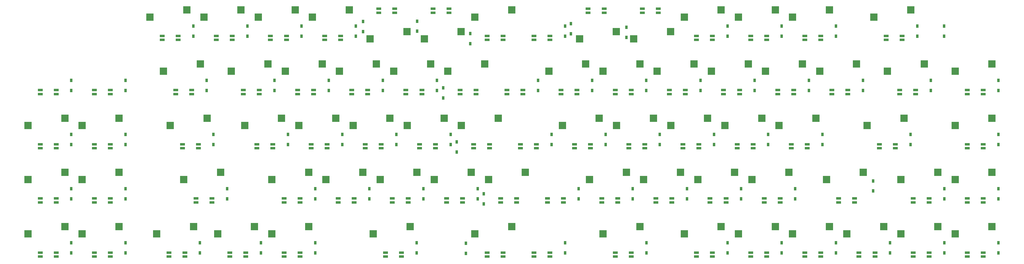
<source format=gbp>
%TF.GenerationSoftware,KiCad,Pcbnew,8.0.8*%
%TF.CreationDate,2025-04-15T18:10:27+09:00*%
%TF.ProjectId,sswkbd_wiring,7373776b-6264-45f7-9769-72696e672e6b,rev?*%
%TF.SameCoordinates,Original*%
%TF.FileFunction,Paste,Bot*%
%TF.FilePolarity,Positive*%
%FSLAX46Y46*%
G04 Gerber Fmt 4.6, Leading zero omitted, Abs format (unit mm)*
G04 Created by KiCad (PCBNEW 8.0.8) date 2025-04-15 18:10:27*
%MOMM*%
%LPD*%
G01*
G04 APERTURE LIST*
%ADD10R,0.950000X1.300000*%
%ADD11R,2.550000X2.500000*%
%ADD12R,1.700000X0.825000*%
G04 APERTURE END LIST*
D10*
%TO.C,D32*%
X366509249Y-96929950D03*
X366509249Y-93379950D03*
%TD*%
D11*
%TO.C,SW13*%
X294328000Y-71220000D03*
X307255000Y-68680000D03*
%TD*%
D10*
%TO.C,D67*%
X86461999Y-153979950D03*
X86461999Y-150429950D03*
%TD*%
%TO.C,D50*%
X60336999Y-134979950D03*
X60336999Y-131429950D03*
%TD*%
%TO.C,D73*%
X243034249Y-153979950D03*
X243034249Y-150429950D03*
%TD*%
%TO.C,D46*%
X304759249Y-115954950D03*
X304759249Y-112404950D03*
%TD*%
D11*
%TO.C,SW6*%
X178076250Y-76300000D03*
X165149250Y-78840000D03*
%TD*%
D10*
%TO.C,D38*%
X155361999Y-115954950D03*
X155361999Y-112404950D03*
%TD*%
%TO.C,D76*%
X309509249Y-153979950D03*
X309509249Y-150429950D03*
%TD*%
%TO.C,D74*%
X271509249Y-153979950D03*
X271509249Y-150429950D03*
%TD*%
%TO.C,D52*%
X126861999Y-134979950D03*
X126861999Y-131429950D03*
%TD*%
%TO.C,D39*%
X174361999Y-115954950D03*
X174361999Y-112404950D03*
%TD*%
%TO.C,D15*%
X347491000Y-77923000D03*
X347491000Y-74373000D03*
%TD*%
%TO.C,D44*%
X266759249Y-115954950D03*
X266759249Y-112404950D03*
%TD*%
D11*
%TO.C,SW50*%
X45155750Y-128220000D03*
X58082750Y-125680000D03*
%TD*%
%TO.C,SW28*%
X265828000Y-90220000D03*
X278755000Y-87680000D03*
%TD*%
%TO.C,SW75*%
X275328000Y-147220000D03*
X288255000Y-144680000D03*
%TD*%
D10*
%TO.C,D4*%
X141111999Y-77929950D03*
X141111999Y-74379950D03*
%TD*%
D11*
%TO.C,SW2*%
X87905750Y-71220000D03*
X100832750Y-68680000D03*
%TD*%
%TO.C,SW22*%
X154405750Y-90220000D03*
X167332750Y-87680000D03*
%TD*%
D10*
%TO.C,D43*%
X247759249Y-115954950D03*
X247759249Y-112404950D03*
%TD*%
D11*
%TO.C,SW53*%
X130655750Y-128220000D03*
X143582750Y-125680000D03*
%TD*%
%TO.C,SW66*%
X45155750Y-147220000D03*
X58082750Y-144680000D03*
%TD*%
D10*
%TO.C,D41*%
X209759249Y-115954950D03*
X209759249Y-112404950D03*
%TD*%
%TO.C,D1*%
X84111999Y-77929950D03*
X84111999Y-74379950D03*
%TD*%
D11*
%TO.C,SW18*%
X73655750Y-90220000D03*
X86582750Y-87680000D03*
%TD*%
%TO.C,SW26*%
X227828000Y-90220000D03*
X240755000Y-87680000D03*
%TD*%
D10*
%TO.C,D11*%
X271509249Y-77929950D03*
X271509249Y-74379950D03*
%TD*%
D11*
%TO.C,SW29*%
X284828000Y-90220000D03*
X297755000Y-87680000D03*
%TD*%
D10*
%TO.C,D51*%
X95961999Y-134979950D03*
X95961999Y-131429950D03*
%TD*%
D11*
%TO.C,SW67*%
X71280750Y-147220000D03*
X84207750Y-144680000D03*
%TD*%
%TO.C,SW77*%
X313328000Y-147220000D03*
X326255000Y-144680000D03*
%TD*%
%TO.C,SW73*%
X227853000Y-147220000D03*
X240780000Y-144680000D03*
%TD*%
%TO.C,SW43*%
X232578000Y-109220000D03*
X245505000Y-106680000D03*
%TD*%
D10*
%TO.C,D59*%
X257259249Y-134979950D03*
X257259249Y-131429950D03*
%TD*%
%TO.C,D9*%
X216600000Y-77075000D03*
X216600000Y-73525000D03*
%TD*%
%TO.C,D3*%
X122111999Y-77929950D03*
X122111999Y-74379950D03*
%TD*%
D11*
%TO.C,SW70*%
X147255750Y-147220000D03*
X160182750Y-144680000D03*
%TD*%
%TO.C,SW68*%
X92655750Y-147220000D03*
X105582750Y-144680000D03*
%TD*%
D10*
%TO.C,D42*%
X228759249Y-115954950D03*
X228759249Y-112404950D03*
%TD*%
D11*
%TO.C,SW23*%
X173405750Y-90220000D03*
X186332750Y-87680000D03*
%TD*%
%TO.C,SW76*%
X294328000Y-147220000D03*
X307255000Y-144680000D03*
%TD*%
D10*
%TO.C,D64*%
X366509249Y-134979950D03*
X366509249Y-131429950D03*
%TD*%
%TO.C,D23*%
X171795000Y-99555000D03*
X171795000Y-96005000D03*
%TD*%
%TO.C,D33*%
X41336999Y-115954950D03*
X41336999Y-112404950D03*
%TD*%
D11*
%TO.C,SW10*%
X251498000Y-76300000D03*
X238571000Y-78840000D03*
%TD*%
%TO.C,SW79*%
X351328000Y-147220000D03*
X364255000Y-144680000D03*
%TD*%
%TO.C,SW78*%
X332328000Y-147220000D03*
X345255000Y-144680000D03*
%TD*%
D10*
%TO.C,D8*%
X214509249Y-77929950D03*
X214509249Y-74379950D03*
%TD*%
%TO.C,D45*%
X285759249Y-115954950D03*
X285759249Y-112404950D03*
%TD*%
%TO.C,D65*%
X41336999Y-153979950D03*
X41336999Y-150429950D03*
%TD*%
%TO.C,D70*%
X162461999Y-153979950D03*
X162461999Y-150429950D03*
%TD*%
%TO.C,D24*%
X205009249Y-96929950D03*
X205009249Y-93379950D03*
%TD*%
D11*
%TO.C,SW65*%
X26155750Y-147220000D03*
X39082750Y-144680000D03*
%TD*%
%TO.C,SW58*%
X223078000Y-128220000D03*
X236005000Y-125680000D03*
%TD*%
D10*
%TO.C,D26*%
X243009249Y-96929950D03*
X243009249Y-93379950D03*
%TD*%
%TO.C,D6*%
X162600000Y-76175000D03*
X162600000Y-72625000D03*
%TD*%
%TO.C,D14*%
X338034249Y-77929950D03*
X338034249Y-74379950D03*
%TD*%
%TO.C,D12*%
X290509249Y-77929950D03*
X290509249Y-74379950D03*
%TD*%
D11*
%TO.C,SW59*%
X242078000Y-128220000D03*
X255005000Y-125680000D03*
%TD*%
%TO.C,SW64*%
X351328000Y-128220000D03*
X364255000Y-125680000D03*
%TD*%
%TO.C,SW14*%
X322828000Y-71220000D03*
X335755000Y-68680000D03*
%TD*%
%TO.C,SW63*%
X332328000Y-128220000D03*
X345255000Y-125680000D03*
%TD*%
D10*
%TO.C,D36*%
X117361999Y-115954950D03*
X117361999Y-112404950D03*
%TD*%
%TO.C,D29*%
X300009249Y-96929950D03*
X300009249Y-93379950D03*
%TD*%
D11*
%TO.C,SW38*%
X140155750Y-109220000D03*
X153082750Y-106680000D03*
%TD*%
%TO.C,SW69*%
X111655750Y-147220000D03*
X124582750Y-144680000D03*
%TD*%
D10*
%TO.C,D69*%
X126861999Y-153979950D03*
X126861999Y-150429950D03*
%TD*%
D11*
%TO.C,SW60*%
X261078000Y-128220000D03*
X274005000Y-125680000D03*
%TD*%
%TO.C,SW9*%
X232498000Y-76300000D03*
X219571000Y-78840000D03*
%TD*%
%TO.C,SW51*%
X80780750Y-128220000D03*
X93707750Y-125680000D03*
%TD*%
D10*
%TO.C,D20*%
X131611999Y-96929950D03*
X131611999Y-93379950D03*
%TD*%
D11*
%TO.C,SW12*%
X275328000Y-71220000D03*
X288255000Y-68680000D03*
%TD*%
%TO.C,SW49*%
X26155750Y-128220000D03*
X39082750Y-125680000D03*
%TD*%
D10*
%TO.C,D47*%
X335659249Y-115954950D03*
X335659249Y-112404950D03*
%TD*%
D11*
%TO.C,SW27*%
X246828000Y-90220000D03*
X259755000Y-87680000D03*
%TD*%
%TO.C,SW56*%
X187655750Y-128220000D03*
X200582750Y-125680000D03*
%TD*%
D10*
%TO.C,D62*%
X322550000Y-132225000D03*
X322550000Y-128675000D03*
%TD*%
D11*
%TO.C,SW7*%
X182905750Y-71220000D03*
X195832750Y-68680000D03*
%TD*%
D10*
%TO.C,D48*%
X366509249Y-115954950D03*
X366509249Y-112404950D03*
%TD*%
D11*
%TO.C,SW39*%
X159155750Y-109220000D03*
X172082750Y-106680000D03*
%TD*%
%TO.C,SW4*%
X125905750Y-71220000D03*
X138832750Y-68680000D03*
%TD*%
D10*
%TO.C,D22*%
X169611999Y-96929950D03*
X169611999Y-93379950D03*
%TD*%
%TO.C,D16*%
X41336999Y-96929950D03*
X41336999Y-93379950D03*
%TD*%
D11*
%TO.C,SW47*%
X320453000Y-109220000D03*
X333380000Y-106680000D03*
%TD*%
D10*
%TO.C,D49*%
X41336999Y-134979950D03*
X41336999Y-131429950D03*
%TD*%
%TO.C,D25*%
X224009249Y-96929950D03*
X224009249Y-93379950D03*
%TD*%
%TO.C,D53*%
X145861999Y-134979950D03*
X145861999Y-131429950D03*
%TD*%
%TO.C,D28*%
X281009249Y-96929950D03*
X281009249Y-93379950D03*
%TD*%
%TO.C,D7*%
X181255000Y-80530000D03*
X181255000Y-76980000D03*
%TD*%
%TO.C,D61*%
X295259249Y-134979950D03*
X295259249Y-131429950D03*
%TD*%
%TO.C,D37*%
X136361999Y-115954950D03*
X136361999Y-112404950D03*
%TD*%
D11*
%TO.C,SW19*%
X97405750Y-90220000D03*
X110332750Y-87680000D03*
%TD*%
D10*
%TO.C,D77*%
X328509249Y-153979950D03*
X328509249Y-150429950D03*
%TD*%
%TO.C,D10*%
X236000000Y-78375000D03*
X236000000Y-74825000D03*
%TD*%
%TO.C,D57*%
X219259249Y-134979950D03*
X219259249Y-131429950D03*
%TD*%
D11*
%TO.C,SW36*%
X102155750Y-109220000D03*
X115082750Y-106680000D03*
%TD*%
%TO.C,SW55*%
X168655750Y-128220000D03*
X181582750Y-125680000D03*
%TD*%
D10*
%TO.C,D75*%
X290509249Y-153979950D03*
X290509249Y-150429950D03*
%TD*%
%TO.C,D56*%
X186040000Y-136795000D03*
X186040000Y-133245000D03*
%TD*%
D11*
%TO.C,SW62*%
X306203000Y-128220000D03*
X319130000Y-125680000D03*
%TD*%
%TO.C,SW31*%
X327578000Y-90220000D03*
X340505000Y-87680000D03*
%TD*%
D10*
%TO.C,D60*%
X276259249Y-134979950D03*
X276259249Y-131429950D03*
%TD*%
%TO.C,D5*%
X143637000Y-76321000D03*
X143637000Y-72771000D03*
%TD*%
D11*
%TO.C,SW61*%
X280078000Y-128220000D03*
X293005000Y-125680000D03*
%TD*%
D10*
%TO.C,D35*%
X91211999Y-115954950D03*
X91211999Y-112404950D03*
%TD*%
D11*
%TO.C,SW48*%
X351328000Y-109220000D03*
X364255000Y-106680000D03*
%TD*%
D10*
%TO.C,D21*%
X150611999Y-96929950D03*
X150611999Y-93379950D03*
%TD*%
D11*
%TO.C,SW5*%
X159076250Y-76300000D03*
X146149250Y-78840000D03*
%TD*%
D10*
%TO.C,D13*%
X309509249Y-77929950D03*
X309509249Y-74379950D03*
%TD*%
D11*
%TO.C,SW52*%
X111655750Y-128220000D03*
X124582750Y-125680000D03*
%TD*%
D10*
%TO.C,D18*%
X88836999Y-96929950D03*
X88836999Y-93379950D03*
%TD*%
D11*
%TO.C,SW54*%
X149655750Y-128220000D03*
X162582750Y-125680000D03*
%TD*%
%TO.C,SW33*%
X26155750Y-109220000D03*
X39082750Y-106680000D03*
%TD*%
D10*
%TO.C,D27*%
X262009249Y-96929950D03*
X262009249Y-93379950D03*
%TD*%
D11*
%TO.C,SW37*%
X121155750Y-109220000D03*
X134082750Y-106680000D03*
%TD*%
%TO.C,SW1*%
X68905750Y-71220000D03*
X81832750Y-68680000D03*
%TD*%
D10*
%TO.C,D55*%
X183861999Y-134979950D03*
X183861999Y-131429950D03*
%TD*%
D11*
%TO.C,SW30*%
X303828000Y-90220000D03*
X316755000Y-87680000D03*
%TD*%
D10*
%TO.C,D54*%
X164861999Y-134979950D03*
X164861999Y-131429950D03*
%TD*%
D11*
%TO.C,SW32*%
X351328000Y-90220000D03*
X364255000Y-87680000D03*
%TD*%
%TO.C,SW71*%
X182905750Y-147220000D03*
X195832750Y-144680000D03*
%TD*%
%TO.C,SW11*%
X256328000Y-71220000D03*
X269255000Y-68680000D03*
%TD*%
%TO.C,SW21*%
X135405750Y-90220000D03*
X148332750Y-87680000D03*
%TD*%
D10*
%TO.C,D2*%
X103111999Y-77929950D03*
X103111999Y-74379950D03*
%TD*%
D11*
%TO.C,SW25*%
X208828000Y-90220000D03*
X221755000Y-87680000D03*
%TD*%
D10*
%TO.C,D79*%
X366509249Y-153979950D03*
X366509249Y-150429950D03*
%TD*%
D11*
%TO.C,SW40*%
X178155750Y-109220000D03*
X191082750Y-106680000D03*
%TD*%
D10*
%TO.C,D78*%
X347509249Y-153979950D03*
X347509249Y-150429950D03*
%TD*%
D11*
%TO.C,SW20*%
X116405750Y-90220000D03*
X129332750Y-87680000D03*
%TD*%
%TO.C,SW35*%
X76030750Y-109220000D03*
X88957750Y-106680000D03*
%TD*%
%TO.C,SW34*%
X45155750Y-109220000D03*
X58082750Y-106680000D03*
%TD*%
D10*
%TO.C,D34*%
X60336999Y-115954950D03*
X60336999Y-112404950D03*
%TD*%
%TO.C,D71*%
X179695000Y-154080000D03*
X179695000Y-150530000D03*
%TD*%
D11*
%TO.C,SW44*%
X251578000Y-109220000D03*
X264505000Y-106680000D03*
%TD*%
D10*
%TO.C,D58*%
X238259249Y-134979950D03*
X238259249Y-131429950D03*
%TD*%
D11*
%TO.C,SW74*%
X256328000Y-147220000D03*
X269255000Y-144680000D03*
%TD*%
%TO.C,SW42*%
X213578000Y-109220000D03*
X226505000Y-106680000D03*
%TD*%
D10*
%TO.C,D31*%
X342784249Y-96929950D03*
X342784249Y-93379950D03*
%TD*%
D11*
%TO.C,SW3*%
X106905750Y-71220000D03*
X119832750Y-68680000D03*
%TD*%
D10*
%TO.C,D68*%
X107861999Y-153979950D03*
X107861999Y-150429950D03*
%TD*%
%TO.C,D19*%
X112611999Y-96929950D03*
X112611999Y-93379950D03*
%TD*%
%TO.C,D17*%
X60336999Y-96929950D03*
X60336999Y-93379950D03*
%TD*%
%TO.C,D72*%
X214509249Y-153979950D03*
X214509249Y-150429950D03*
%TD*%
D11*
%TO.C,SW45*%
X270578000Y-109220000D03*
X283505000Y-106680000D03*
%TD*%
D10*
%TO.C,D30*%
X319009249Y-96929950D03*
X319009249Y-93379950D03*
%TD*%
%TO.C,D63*%
X347509249Y-134979950D03*
X347509249Y-131429950D03*
%TD*%
D11*
%TO.C,SW46*%
X289578000Y-109220000D03*
X302505000Y-106680000D03*
%TD*%
D10*
%TO.C,D40*%
X176525000Y-118525000D03*
X176525000Y-114975000D03*
%TD*%
D12*
%TO.C,LED77*%
X208363000Y-134822999D03*
X208363000Y-136223000D03*
X213963000Y-136223001D03*
X213963000Y-134823000D03*
%TD*%
%TO.C,LED3*%
X30440750Y-134822999D03*
X30440750Y-136223000D03*
X36040750Y-136223001D03*
X36040750Y-134823000D03*
%TD*%
%TO.C,LED27*%
X144440750Y-115822999D03*
X144440750Y-117223000D03*
X150040750Y-117223001D03*
X150040750Y-115823000D03*
%TD*%
%TO.C,LED70*%
X227363000Y-134822999D03*
X227363000Y-136223000D03*
X232963000Y-136223001D03*
X232963000Y-134823000D03*
%TD*%
%TO.C,LED7*%
X49440750Y-115822999D03*
X49440750Y-117223000D03*
X55040750Y-117223001D03*
X55040750Y-115823000D03*
%TD*%
%TO.C,LED32*%
X172940750Y-134822999D03*
X172940750Y-136223000D03*
X178540750Y-136223001D03*
X178540750Y-134823000D03*
%TD*%
%TO.C,LED38*%
X187190750Y-77822999D03*
X187190750Y-79223000D03*
X192790750Y-79223001D03*
X192790750Y-77823000D03*
%TD*%
%TO.C,LED13*%
X75565750Y-153822999D03*
X75565750Y-155223000D03*
X81165750Y-155223001D03*
X81165750Y-153823000D03*
%TD*%
%TO.C,LED30*%
X158690750Y-96822999D03*
X158690750Y-98223000D03*
X164290750Y-98223001D03*
X164290750Y-96823000D03*
%TD*%
%TO.C,LED28*%
X130190750Y-77822999D03*
X130190750Y-79223000D03*
X135790750Y-79223001D03*
X135790750Y-77823000D03*
%TD*%
%TO.C,LED71*%
X232138000Y-153822999D03*
X232138000Y-155223000D03*
X237738000Y-155223001D03*
X237738000Y-153823000D03*
%TD*%
%TO.C,LED35*%
X177690750Y-96822999D03*
X177690750Y-98223000D03*
X183290750Y-98223001D03*
X183290750Y-96823000D03*
%TD*%
%TO.C,LED29*%
X154791250Y-69697001D03*
X154791250Y-68297000D03*
X149191250Y-68296999D03*
X149191250Y-69697000D03*
%TD*%
%TO.C,LED58*%
X260613000Y-77822999D03*
X260613000Y-79223000D03*
X266213000Y-79223001D03*
X266213000Y-77823000D03*
%TD*%
%TO.C,LED11*%
X80315750Y-115822999D03*
X80315750Y-117223000D03*
X85915750Y-117223001D03*
X85915750Y-115823000D03*
%TD*%
%TO.C,LED52*%
X298613000Y-153822999D03*
X298613000Y-155223000D03*
X304213000Y-155223001D03*
X304213000Y-153823000D03*
%TD*%
%TO.C,LED60*%
X274863000Y-115822999D03*
X274863000Y-117223000D03*
X280463000Y-117223001D03*
X280463000Y-115823000D03*
%TD*%
%TO.C,LED76*%
X198863000Y-115822999D03*
X198863000Y-117223000D03*
X204463000Y-117223001D03*
X204463000Y-115823000D03*
%TD*%
%TO.C,LED46*%
X331863000Y-96822999D03*
X331863000Y-98223000D03*
X337463000Y-98223001D03*
X337463000Y-96823000D03*
%TD*%
%TO.C,LED37*%
X173791250Y-69697001D03*
X173791250Y-68297000D03*
X168191250Y-68296999D03*
X168191250Y-69697000D03*
%TD*%
%TO.C,LED68*%
X232113000Y-96822999D03*
X232113000Y-98223000D03*
X237713000Y-98223001D03*
X237713000Y-96823000D03*
%TD*%
%TO.C,LED45*%
X324738000Y-115822999D03*
X324738000Y-117223000D03*
X330338000Y-117223001D03*
X330338000Y-115823000D03*
%TD*%
%TO.C,LED50*%
X310488000Y-134822999D03*
X310488000Y-136223000D03*
X316088000Y-136223001D03*
X316088000Y-134823000D03*
%TD*%
%TO.C,LED14*%
X96940750Y-153822999D03*
X96940750Y-155223000D03*
X102540750Y-155223001D03*
X102540750Y-153823000D03*
%TD*%
%TO.C,LED1*%
X30440750Y-96822999D03*
X30440750Y-98223000D03*
X36040750Y-98223001D03*
X36040750Y-96823000D03*
%TD*%
%TO.C,LED62*%
X260613000Y-153822999D03*
X260613000Y-155223000D03*
X266213000Y-155223001D03*
X266213000Y-153823000D03*
%TD*%
%TO.C,LED69*%
X236863000Y-115822999D03*
X236863000Y-117223000D03*
X242463000Y-117223001D03*
X242463000Y-115823000D03*
%TD*%
%TO.C,LED64*%
X255863000Y-115822999D03*
X255863000Y-117223000D03*
X261463000Y-117223001D03*
X261463000Y-115823000D03*
%TD*%
%TO.C,LED18*%
X101690750Y-96822999D03*
X101690750Y-98223000D03*
X107290750Y-98223001D03*
X107290750Y-96823000D03*
%TD*%
%TO.C,LED74*%
X203613000Y-77822999D03*
X203613000Y-79223000D03*
X209213000Y-79223001D03*
X209213000Y-77823000D03*
%TD*%
%TO.C,LED24*%
X151540750Y-153822999D03*
X151540750Y-155223000D03*
X157140750Y-155223001D03*
X157140750Y-153823000D03*
%TD*%
%TO.C,LED63*%
X246363000Y-134822999D03*
X246363000Y-136223000D03*
X251963000Y-136223001D03*
X251963000Y-134823000D03*
%TD*%
%TO.C,LED61*%
X265363000Y-134822999D03*
X265363000Y-136223000D03*
X270963000Y-136223001D03*
X270963000Y-134823000D03*
%TD*%
%TO.C,LED2*%
X30440750Y-115822999D03*
X30440750Y-117223000D03*
X36040750Y-117223001D03*
X36040750Y-115823000D03*
%TD*%
%TO.C,LED20*%
X111190750Y-77822999D03*
X111190750Y-79223000D03*
X116790750Y-79223001D03*
X116790750Y-77823000D03*
%TD*%
%TO.C,LED19*%
X92190750Y-77822999D03*
X92190750Y-79223000D03*
X97790750Y-79223001D03*
X97790750Y-77823000D03*
%TD*%
%TO.C,LED41*%
X355613000Y-134822999D03*
X355613000Y-136223000D03*
X361213000Y-136223001D03*
X361213000Y-134823000D03*
%TD*%
%TO.C,LED33*%
X187190750Y-153822999D03*
X187190750Y-155223000D03*
X192790750Y-155223001D03*
X192790750Y-153823000D03*
%TD*%
%TO.C,LED59*%
X270113000Y-96822999D03*
X270113000Y-98223000D03*
X275713000Y-98223001D03*
X275713000Y-96823000D03*
%TD*%
%TO.C,LED72*%
X217863000Y-115822999D03*
X217863000Y-117223000D03*
X223463000Y-117223001D03*
X223463000Y-115823000D03*
%TD*%
%TO.C,LED57*%
X279613000Y-77822999D03*
X279613000Y-79223000D03*
X285213000Y-79223001D03*
X285213000Y-77823000D03*
%TD*%
%TO.C,LED47*%
X327113000Y-77822999D03*
X327113000Y-79223000D03*
X332713000Y-79223001D03*
X332713000Y-77823000D03*
%TD*%
%TO.C,LED48*%
X298613000Y-77822999D03*
X298613000Y-79223000D03*
X304213000Y-79223001D03*
X304213000Y-77823000D03*
%TD*%
%TO.C,LED22*%
X125440750Y-115822999D03*
X125440750Y-117223000D03*
X131040750Y-117223001D03*
X131040750Y-115823000D03*
%TD*%
D10*
%TO.C,D66*%
X60336999Y-153979950D03*
X60336999Y-150429950D03*
%TD*%
D12*
%TO.C,LED73*%
X213113000Y-96822999D03*
X213113000Y-98223000D03*
X218713000Y-98223001D03*
X218713000Y-96823000D03*
%TD*%
%TO.C,LED23*%
X134940750Y-134822999D03*
X134940750Y-136223000D03*
X140540750Y-136223001D03*
X140540750Y-134823000D03*
%TD*%
%TO.C,LED43*%
X336613000Y-153822999D03*
X336613000Y-155223000D03*
X342213000Y-155223001D03*
X342213000Y-153823000D03*
%TD*%
%TO.C,LED4*%
X30440750Y-153822999D03*
X30440750Y-155223000D03*
X36040750Y-155223001D03*
X36040750Y-153823000D03*
%TD*%
%TO.C,LED21*%
X120690750Y-96822999D03*
X120690750Y-98223000D03*
X126290750Y-98223001D03*
X126290750Y-96823000D03*
%TD*%
%TO.C,LED8*%
X49440750Y-96822999D03*
X49440750Y-98223000D03*
X55040750Y-98223001D03*
X55040750Y-96823000D03*
%TD*%
%TO.C,LED49*%
X308113000Y-96822999D03*
X308113000Y-98223000D03*
X313713000Y-98223001D03*
X313713000Y-96823000D03*
%TD*%
%TO.C,LED15*%
X115940750Y-153822999D03*
X115940750Y-155223000D03*
X121540750Y-155223001D03*
X121540750Y-153823000D03*
%TD*%
%TO.C,LED78*%
X203613000Y-153822999D03*
X203613000Y-155223000D03*
X209213000Y-155223001D03*
X209213000Y-153823000D03*
%TD*%
%TO.C,LED39*%
X355613000Y-96822999D03*
X355613000Y-98223000D03*
X361213000Y-98223001D03*
X361213000Y-96823000D03*
%TD*%
%TO.C,LED44*%
X336613000Y-134822999D03*
X336613000Y-136223000D03*
X342213000Y-136223001D03*
X342213000Y-134823000D03*
%TD*%
%TO.C,LED75*%
X194113000Y-96822999D03*
X194113000Y-98223000D03*
X199713000Y-98223001D03*
X199713000Y-96823000D03*
%TD*%
%TO.C,LED5*%
X49440750Y-153822999D03*
X49440750Y-155223000D03*
X55040750Y-155223001D03*
X55040750Y-153823000D03*
%TD*%
%TO.C,LED51*%
X317613000Y-153822999D03*
X317613000Y-155223000D03*
X323213000Y-155223001D03*
X323213000Y-153823000D03*
%TD*%
%TO.C,LED6*%
X49440750Y-134822999D03*
X49440750Y-136223000D03*
X55040750Y-136223001D03*
X55040750Y-134823000D03*
%TD*%
%TO.C,LED42*%
X355613000Y-153822999D03*
X355613000Y-155223000D03*
X361213000Y-155223001D03*
X361213000Y-153823000D03*
%TD*%
%TO.C,LED34*%
X191940750Y-134822999D03*
X191940750Y-136223000D03*
X197540750Y-136223001D03*
X197540750Y-134823000D03*
%TD*%
%TO.C,LED10*%
X77940750Y-96822999D03*
X77940750Y-98223000D03*
X83540750Y-98223001D03*
X83540750Y-96823000D03*
%TD*%
%TO.C,LED17*%
X106440750Y-115822999D03*
X106440750Y-117223000D03*
X112040750Y-117223001D03*
X112040750Y-115823000D03*
%TD*%
%TO.C,LED56*%
X293863000Y-115822999D03*
X293863000Y-117223000D03*
X299463000Y-117223001D03*
X299463000Y-115823000D03*
%TD*%
%TO.C,LED67*%
X228213000Y-69697001D03*
X228213000Y-68297000D03*
X222613000Y-68296999D03*
X222613000Y-69697000D03*
%TD*%
%TO.C,LED31*%
X163440750Y-115822999D03*
X163440750Y-117223000D03*
X169040750Y-117223001D03*
X169040750Y-115823000D03*
%TD*%
%TO.C,LED53*%
X279613000Y-153822999D03*
X279613000Y-155223000D03*
X285213000Y-155223001D03*
X285213000Y-153823000D03*
%TD*%
%TO.C,LED36*%
X182440750Y-115822999D03*
X182440750Y-117223000D03*
X188040750Y-117223001D03*
X188040750Y-115823000D03*
%TD*%
%TO.C,LED65*%
X247212000Y-69697001D03*
X247212000Y-68297000D03*
X241612000Y-68296999D03*
X241612000Y-69697000D03*
%TD*%
%TO.C,LED9*%
X73190750Y-77822999D03*
X73190750Y-79223000D03*
X78790750Y-79223001D03*
X78790750Y-77823000D03*
%TD*%
%TO.C,LED66*%
X251113000Y-96822999D03*
X251113000Y-98223000D03*
X256713000Y-98223001D03*
X256713000Y-96823000D03*
%TD*%
%TO.C,LED26*%
X139690750Y-96822999D03*
X139690750Y-98223000D03*
X145290750Y-98223001D03*
X145290750Y-96823000D03*
%TD*%
%TO.C,LED54*%
X284363000Y-134822999D03*
X284363000Y-136223000D03*
X289963000Y-136223001D03*
X289963000Y-134823000D03*
%TD*%
%TO.C,LED55*%
X289113000Y-96822999D03*
X289113000Y-98223000D03*
X294713000Y-98223001D03*
X294713000Y-96823000D03*
%TD*%
%TO.C,LED12*%
X85065750Y-134822999D03*
X85065750Y-136223000D03*
X90665750Y-136223001D03*
X90665750Y-134823000D03*
%TD*%
%TO.C,LED40*%
X355613000Y-115822999D03*
X355613000Y-117223000D03*
X361213000Y-117223001D03*
X361213000Y-115823000D03*
%TD*%
%TO.C,LED25*%
X153940750Y-134822999D03*
X153940750Y-136223000D03*
X159540750Y-136223001D03*
X159540750Y-134823000D03*
%TD*%
%TO.C,LED16*%
X115940750Y-134822999D03*
X115940750Y-136223000D03*
X121540750Y-136223001D03*
X121540750Y-134823000D03*
%TD*%
M02*

</source>
